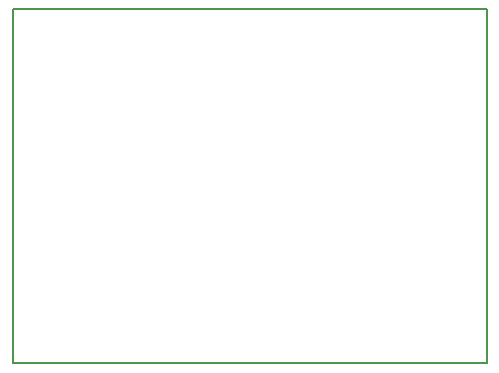
<source format=gbr>
%TF.GenerationSoftware,KiCad,Pcbnew,6.0.11+dfsg-1~bpo11+1*%
%TF.CreationDate,2023-05-26T10:03:09+00:00*%
%TF.ProjectId,LIGHTNING01,4c494748-544e-4494-9e47-30312e6b6963,01A*%
%TF.SameCoordinates,Original*%
%TF.FileFunction,Profile,NP*%
%FSLAX46Y46*%
G04 Gerber Fmt 4.6, Leading zero omitted, Abs format (unit mm)*
G04 Created by KiCad (PCBNEW 6.0.11+dfsg-1~bpo11+1) date 2023-05-26 10:03:09*
%MOMM*%
%LPD*%
G01*
G04 APERTURE LIST*
%TA.AperFunction,Profile*%
%ADD10C,0.150000*%
%TD*%
G04 APERTURE END LIST*
D10*
X40386000Y254000D02*
X40386000Y30226000D01*
X254000Y30226000D02*
X254000Y254000D01*
X40386000Y30226000D02*
X254000Y30226000D01*
X254000Y254000D02*
X40386000Y254000D01*
M02*

</source>
